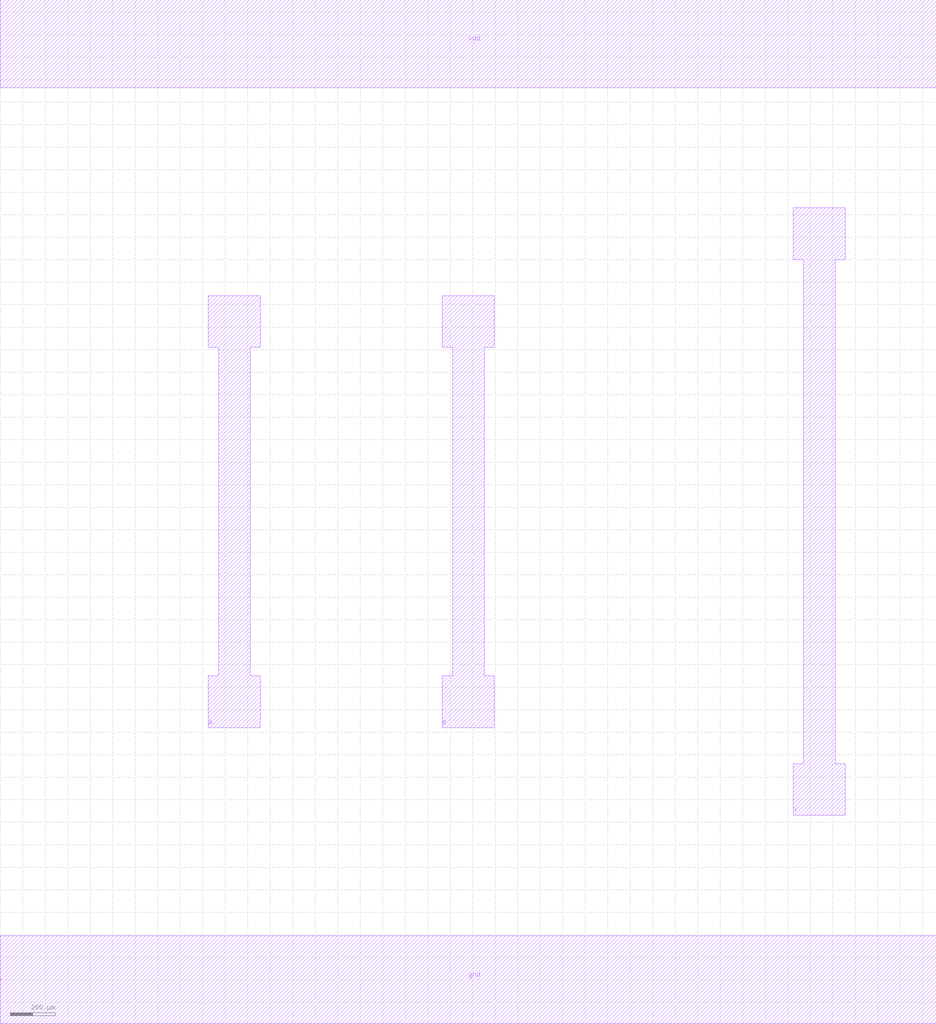
<source format=lef>
MACRO OR2X1
 CLASS CORE ;
 ORIGIN 0 0 ;
 FOREIGN OR2X1 0 0 ;
 SIZE 4.16 BY 4.16 ;
 SYMMETRY X Y R90 ;
 SITE unithd ;
  PIN vdd
   DIRECTION INOUT ;
   USE SIGNAL ;
   SHAPE ABUTMENT ;
    PORT
     CLASS CORE ;
       LAYER met2 ;
        RECT 0.00000000 3965.00000000 4160.00000000 4355.00000000 ;
    END
  END vdd

  PIN gnd
   DIRECTION INOUT ;
   USE SIGNAL ;
   SHAPE ABUTMENT ;
    PORT
     CLASS CORE ;
       LAYER met2 ;
        RECT 0.00000000 -195.00000000 4160.00000000 195.00000000 ;
    END
  END gnd

  PIN Y
   DIRECTION INOUT ;
   USE SIGNAL ;
   SHAPE ABUTMENT ;
    PORT
     CLASS CORE ;
       LAYER met2 ;
        POLYGON 3525.00000000 730.00000000 3525.00000000 960.00000000 3570.00000000 960.00000000 3570.00000000 3200.00000000 3525.00000000 3200.00000000 3525.00000000 3430.00000000 3755.00000000 3430.00000000 3755.00000000 3200.00000000 3710.00000000 3200.00000000 3710.00000000 960.00000000 3755.00000000 960.00000000 3755.00000000 730.00000000 ;
    END
  END Y

  PIN A
   DIRECTION INOUT ;
   USE SIGNAL ;
   SHAPE ABUTMENT ;
    PORT
     CLASS CORE ;
       LAYER met2 ;
        POLYGON 925.00000000 1120.00000000 925.00000000 1350.00000000 970.00000000 1350.00000000 970.00000000 2810.00000000 925.00000000 2810.00000000 925.00000000 3040.00000000 1155.00000000 3040.00000000 1155.00000000 2810.00000000 1110.00000000 2810.00000000 1110.00000000 1350.00000000 1155.00000000 1350.00000000 1155.00000000 1120.00000000 ;
    END
  END A

  PIN B
   DIRECTION INOUT ;
   USE SIGNAL ;
   SHAPE ABUTMENT ;
    PORT
     CLASS CORE ;
       LAYER met2 ;
        POLYGON 1965.00000000 1120.00000000 1965.00000000 1350.00000000 2010.00000000 1350.00000000 2010.00000000 2810.00000000 1965.00000000 2810.00000000 1965.00000000 3040.00000000 2195.00000000 3040.00000000 2195.00000000 2810.00000000 2150.00000000 2810.00000000 2150.00000000 1350.00000000 2195.00000000 1350.00000000 2195.00000000 1120.00000000 ;
    END
  END B


END OR2X1

</source>
